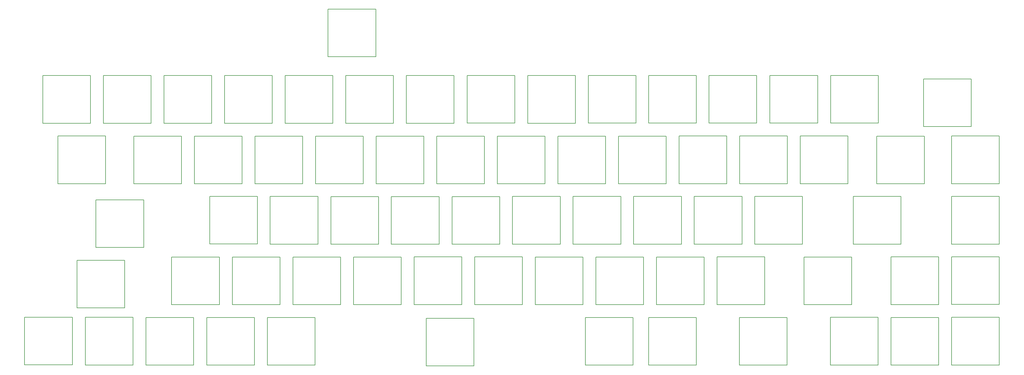
<source format=gbr>
%TF.GenerationSoftware,KiCad,Pcbnew,9.0.2*%
%TF.CreationDate,2025-06-27T22:30:48-07:00*%
%TF.ProjectId,Proj3,50726f6a-332e-46b6-9963-61645f706362,rev?*%
%TF.SameCoordinates,Original*%
%TF.FileFunction,Other,ECO2*%
%FSLAX46Y46*%
G04 Gerber Fmt 4.6, Leading zero omitted, Abs format (unit mm)*
G04 Created by KiCad (PCBNEW 9.0.2) date 2025-06-27 22:30:48*
%MOMM*%
%LPD*%
G01*
G04 APERTURE LIST*
%ADD10C,0.152400*%
G04 APERTURE END LIST*
D10*
%TO.C,SW60*%
X111550000Y-281712000D02*
X126550000Y-281712000D01*
X111550000Y-296712000D02*
X111550000Y-281712000D01*
X126550000Y-281712000D02*
X126550000Y-296712000D01*
X126550000Y-296712000D02*
X111550000Y-296712000D01*
%TO.C,SW56*%
X221370000Y-300015700D02*
X236370000Y-300015700D01*
X221370000Y-315015700D02*
X221370000Y-300015700D01*
X236370000Y-300015700D02*
X236370000Y-315015700D01*
X236370000Y-315015700D02*
X221370000Y-315015700D01*
%TO.C,SW70*%
X186390000Y-314785700D02*
X171390000Y-314785700D01*
X171390000Y-314785700D02*
X171390000Y-299785700D01*
X171390000Y-299785700D02*
X186390000Y-299785700D01*
X186390000Y-299785700D02*
X186390000Y-314785700D01*
%TO.C,SW33*%
X338940000Y-242592000D02*
X353940000Y-242592000D01*
X338940000Y-257592000D02*
X338940000Y-242592000D01*
X353940000Y-242592000D02*
X353940000Y-257592000D01*
X353940000Y-257592000D02*
X338940000Y-257592000D01*
%TO.C,SW45*%
X281790000Y-242600000D02*
X296790000Y-242600000D01*
X281790000Y-257600000D02*
X281790000Y-242600000D01*
X296790000Y-242600000D02*
X296790000Y-257600000D01*
X296790000Y-257600000D02*
X281790000Y-257600000D01*
%TO.C,SW9*%
X293760000Y-280712000D02*
X308760000Y-280712000D01*
X293760000Y-295712000D02*
X293760000Y-280712000D01*
X308760000Y-280712000D02*
X308760000Y-295712000D01*
X308760000Y-295712000D02*
X293760000Y-295712000D01*
%TO.C,SW38*%
X267560000Y-261642000D02*
X282560000Y-261642000D01*
X267560000Y-276642000D02*
X267560000Y-261642000D01*
X282560000Y-261642000D02*
X282560000Y-276642000D01*
X282560000Y-276642000D02*
X267560000Y-276642000D01*
%TO.C,SW15*%
X105570000Y-242592000D02*
X120570000Y-242592000D01*
X105570000Y-257592000D02*
X105570000Y-242592000D01*
X120570000Y-242592000D02*
X120570000Y-257592000D01*
X120570000Y-257592000D02*
X105570000Y-257592000D01*
%TO.C,SW19*%
X355620000Y-261642000D02*
X370620000Y-261642000D01*
X355620000Y-276642000D02*
X355620000Y-261642000D01*
X370620000Y-261642000D02*
X370620000Y-276642000D01*
X370620000Y-276642000D02*
X355620000Y-276642000D01*
%TO.C,SW30*%
X95090000Y-299722000D02*
X110090000Y-299722000D01*
X95090000Y-314722000D02*
X95090000Y-299722000D01*
X110090000Y-299722000D02*
X110090000Y-314722000D01*
X110090000Y-314722000D02*
X95090000Y-314722000D01*
%TO.C,SW62*%
X196070000Y-223542000D02*
X211070000Y-223542000D01*
X196070000Y-238542000D02*
X196070000Y-223542000D01*
X211070000Y-223542000D02*
X211070000Y-238542000D01*
X211070000Y-238542000D02*
X196070000Y-238542000D01*
%TO.C,SW57*%
X133230000Y-299772000D02*
X148230000Y-299772000D01*
X133230000Y-314772000D02*
X133230000Y-299772000D01*
X148230000Y-299772000D02*
X148230000Y-314772000D01*
X148230000Y-314772000D02*
X133230000Y-314772000D01*
%TO.C,SW63*%
X340160000Y-280702000D02*
X355160000Y-280702000D01*
X340160000Y-295702000D02*
X340160000Y-280702000D01*
X355160000Y-280702000D02*
X355160000Y-295702000D01*
X355160000Y-295702000D02*
X340160000Y-295702000D01*
%TO.C,SW54*%
X167490000Y-242600000D02*
X182490000Y-242600000D01*
X167490000Y-257600000D02*
X167490000Y-242600000D01*
X182490000Y-242600000D02*
X182490000Y-257600000D01*
X182490000Y-257600000D02*
X167490000Y-257600000D01*
%TO.C,SW65*%
X386570000Y-261642000D02*
X401570000Y-261642000D01*
X386570000Y-276642000D02*
X386570000Y-261642000D01*
X401570000Y-261642000D02*
X401570000Y-276642000D01*
X401570000Y-276642000D02*
X386570000Y-276642000D01*
%TO.C,SW2*%
X367520000Y-280692000D02*
X382520000Y-280692000D01*
X367520000Y-295692000D02*
X367520000Y-280692000D01*
X382520000Y-280692000D02*
X382520000Y-295692000D01*
X382520000Y-295692000D02*
X367520000Y-295692000D01*
%TO.C,SW41*%
X114150000Y-299742000D02*
X129150000Y-299742000D01*
X114150000Y-314742000D02*
X114150000Y-299742000D01*
X129150000Y-299742000D02*
X129150000Y-314742000D01*
X129150000Y-314742000D02*
X114150000Y-314742000D01*
%TO.C,SW1*%
X348470000Y-299742000D02*
X363470000Y-299742000D01*
X348470000Y-314742000D02*
X348470000Y-299742000D01*
X363470000Y-299742000D02*
X363470000Y-314742000D01*
X363470000Y-314742000D02*
X348470000Y-314742000D01*
%TO.C,SW4*%
X386570000Y-299742000D02*
X401570000Y-299742000D01*
X386570000Y-314742000D02*
X386570000Y-299742000D01*
X401570000Y-299742000D02*
X401570000Y-314742000D01*
X401570000Y-314742000D02*
X386570000Y-314742000D01*
%TO.C,SW48*%
X274690000Y-280702000D02*
X289690000Y-280702000D01*
X274690000Y-295702000D02*
X274690000Y-280702000D01*
X289690000Y-280702000D02*
X289690000Y-295702000D01*
X289690000Y-295702000D02*
X274690000Y-295702000D01*
%TO.C,SW51*%
X291310000Y-223475700D02*
X306310000Y-223475700D01*
X291310000Y-238475700D02*
X291310000Y-223475700D01*
X306310000Y-223475700D02*
X306310000Y-238475700D01*
X306310000Y-238475700D02*
X291310000Y-238475700D01*
%TO.C,SW5*%
X141320000Y-280712000D02*
X156320000Y-280712000D01*
X141320000Y-295712000D02*
X141320000Y-280712000D01*
X156320000Y-280712000D02*
X156320000Y-295712000D01*
X156320000Y-295712000D02*
X141320000Y-295712000D01*
%TO.C,SW26*%
X291320000Y-299792000D02*
X306320000Y-299792000D01*
X291320000Y-314792000D02*
X291320000Y-299792000D01*
X306320000Y-299792000D02*
X306320000Y-314792000D01*
X306320000Y-314792000D02*
X291320000Y-314792000D01*
%TO.C,SW34*%
X324670000Y-261642000D02*
X339670000Y-261642000D01*
X324670000Y-276642000D02*
X324670000Y-261642000D01*
X339670000Y-261642000D02*
X339670000Y-276642000D01*
X339670000Y-276642000D02*
X324670000Y-276642000D01*
%TO.C,SW69*%
X348560000Y-223522000D02*
X363560000Y-223522000D01*
X348560000Y-238522000D02*
X348560000Y-223522000D01*
X363560000Y-223522000D02*
X363560000Y-238522000D01*
X363560000Y-238522000D02*
X348560000Y-238522000D01*
%TO.C,SW17*%
X367530000Y-299772000D02*
X382530000Y-299772000D01*
X367530000Y-314772000D02*
X367530000Y-299772000D01*
X382530000Y-299772000D02*
X382530000Y-314772000D01*
X382530000Y-314772000D02*
X367530000Y-314772000D01*
%TO.C,SW7*%
X179460000Y-280702000D02*
X194460000Y-280702000D01*
X179460000Y-295702000D02*
X179460000Y-280702000D01*
X194460000Y-280702000D02*
X194460000Y-295702000D01*
X194460000Y-295702000D02*
X179460000Y-295702000D01*
%TO.C,SW13*%
X129390000Y-242600000D02*
X144390000Y-242600000D01*
X129390000Y-257600000D02*
X129390000Y-242600000D01*
X144390000Y-242600000D02*
X144390000Y-257600000D01*
X144390000Y-257600000D02*
X129390000Y-257600000D01*
%TO.C,SW35*%
X243690000Y-242600000D02*
X258690000Y-242600000D01*
X243690000Y-257600000D02*
X243690000Y-242600000D01*
X258690000Y-242600000D02*
X258690000Y-257600000D01*
X258690000Y-257600000D02*
X243690000Y-257600000D01*
%TO.C,SW71*%
X271410000Y-299762000D02*
X286410000Y-299762000D01*
X271410000Y-314762000D02*
X271410000Y-299762000D01*
X286410000Y-299762000D02*
X286410000Y-314762000D01*
X286410000Y-314762000D02*
X271410000Y-314762000D01*
%TO.C,SW40*%
X236600000Y-280682000D02*
X251600000Y-280682000D01*
X236600000Y-295682000D02*
X236600000Y-280682000D01*
X251600000Y-280682000D02*
X251600000Y-295682000D01*
X251600000Y-295682000D02*
X236600000Y-295682000D01*
%TO.C,SW22*%
X363030000Y-242612000D02*
X378030000Y-242612000D01*
X363030000Y-257612000D02*
X363030000Y-242612000D01*
X378030000Y-242612000D02*
X378030000Y-257612000D01*
X378030000Y-257612000D02*
X363030000Y-257612000D01*
%TO.C,SW58*%
X234220000Y-223522000D02*
X249220000Y-223522000D01*
X234220000Y-238522000D02*
X234220000Y-223522000D01*
X249220000Y-223522000D02*
X249220000Y-238522000D01*
X249220000Y-238522000D02*
X234220000Y-238522000D01*
%TO.C,SW36*%
X153290000Y-261622000D02*
X168290000Y-261622000D01*
X153290000Y-276622000D02*
X153290000Y-261622000D01*
X168290000Y-261622000D02*
X168290000Y-276622000D01*
X168290000Y-276622000D02*
X153290000Y-276622000D01*
%TO.C,SW25*%
X286610000Y-261642000D02*
X301610000Y-261642000D01*
X286610000Y-276642000D02*
X286610000Y-261642000D01*
X301610000Y-261642000D02*
X301610000Y-276642000D01*
X301610000Y-276642000D02*
X286610000Y-276642000D01*
%TO.C,SW28*%
X386560000Y-280672000D02*
X401560000Y-280672000D01*
X386560000Y-295672000D02*
X386560000Y-280672000D01*
X401560000Y-280672000D02*
X401560000Y-295672000D01*
X401560000Y-295672000D02*
X386560000Y-295672000D01*
%TO.C,SW31*%
X152340000Y-299775700D02*
X167340000Y-299775700D01*
X152340000Y-314775700D02*
X152340000Y-299775700D01*
X167340000Y-299775700D02*
X167340000Y-314775700D01*
X167340000Y-314775700D02*
X152340000Y-314775700D01*
%TO.C,SW43*%
X205590000Y-242600000D02*
X220590000Y-242600000D01*
X205590000Y-257600000D02*
X205590000Y-242600000D01*
X220590000Y-242600000D02*
X220590000Y-257600000D01*
X220590000Y-257600000D02*
X205590000Y-257600000D01*
%TO.C,SW6*%
X191370000Y-261662000D02*
X206370000Y-261662000D01*
X191370000Y-276662000D02*
X191370000Y-261662000D01*
X206370000Y-261662000D02*
X206370000Y-276662000D01*
X206370000Y-276662000D02*
X191370000Y-276662000D01*
%TO.C,SW23*%
X186540000Y-242600000D02*
X201540000Y-242600000D01*
X186540000Y-257600000D02*
X186540000Y-242600000D01*
X201540000Y-242600000D02*
X201540000Y-257600000D01*
X201540000Y-257600000D02*
X186540000Y-257600000D01*
%TO.C,SW3*%
X319870000Y-299752000D02*
X334870000Y-299752000D01*
X319870000Y-314752000D02*
X319870000Y-299752000D01*
X334870000Y-299752000D02*
X334870000Y-314752000D01*
X334870000Y-314752000D02*
X319870000Y-314752000D01*
%TO.C,SW18*%
X117520000Y-262732000D02*
X132520000Y-262732000D01*
X117520000Y-277732000D02*
X117520000Y-262732000D01*
X132520000Y-262732000D02*
X132520000Y-277732000D01*
X132520000Y-277732000D02*
X117520000Y-277732000D01*
%TO.C,SW61*%
X310290000Y-223472000D02*
X325290000Y-223472000D01*
X310290000Y-238472000D02*
X310290000Y-223472000D01*
X325290000Y-223472000D02*
X325290000Y-238472000D01*
X325290000Y-238472000D02*
X310290000Y-238472000D01*
%TO.C,SW21*%
X119870000Y-223542000D02*
X134870000Y-223542000D01*
X119870000Y-238542000D02*
X119870000Y-223542000D01*
X134870000Y-223542000D02*
X134870000Y-238542000D01*
X134870000Y-238542000D02*
X119870000Y-238542000D01*
%TO.C,SW68*%
X190500000Y-202592000D02*
X205500000Y-202592000D01*
X190500000Y-217592000D02*
X190500000Y-202592000D01*
X205500000Y-202592000D02*
X205500000Y-217592000D01*
X205500000Y-217592000D02*
X190500000Y-217592000D01*
%TO.C,SW39*%
X229480000Y-261682000D02*
X244480000Y-261682000D01*
X229480000Y-276682000D02*
X229480000Y-261682000D01*
X244480000Y-261682000D02*
X244480000Y-276682000D01*
X244480000Y-276682000D02*
X229480000Y-276682000D01*
%TO.C,SW50*%
X255680000Y-280702000D02*
X270680000Y-280702000D01*
X255680000Y-295702000D02*
X255680000Y-280702000D01*
X270680000Y-280702000D02*
X270680000Y-295702000D01*
X270680000Y-295702000D02*
X255680000Y-295702000D01*
%TO.C,SW67*%
X272340000Y-223522000D02*
X287340000Y-223522000D01*
X272340000Y-238522000D02*
X272340000Y-223522000D01*
X287340000Y-223522000D02*
X287340000Y-238522000D01*
X287340000Y-238522000D02*
X272340000Y-238522000D01*
%TO.C,SW27*%
X172300000Y-261642000D02*
X187300000Y-261642000D01*
X172300000Y-276642000D02*
X172300000Y-261642000D01*
X187300000Y-261642000D02*
X187300000Y-276642000D01*
X187300000Y-276642000D02*
X172300000Y-276642000D01*
%TO.C,SW44*%
X319890000Y-242592000D02*
X334890000Y-242592000D01*
X319890000Y-257592000D02*
X319890000Y-242592000D01*
X334890000Y-242592000D02*
X334890000Y-257592000D01*
X334890000Y-257592000D02*
X319890000Y-257592000D01*
%TO.C,SW16*%
X377730000Y-224605700D02*
X392730000Y-224605700D01*
X377730000Y-239605700D02*
X377730000Y-224605700D01*
X392730000Y-224605700D02*
X392730000Y-239605700D01*
X392730000Y-239605700D02*
X377730000Y-239605700D01*
%TO.C,SW52*%
X177020000Y-223542000D02*
X192020000Y-223542000D01*
X177020000Y-238542000D02*
X177020000Y-223542000D01*
X192020000Y-223542000D02*
X192020000Y-238542000D01*
X192020000Y-238542000D02*
X177020000Y-238542000D01*
%TO.C,SW24*%
X224640000Y-242600000D02*
X239640000Y-242600000D01*
X224640000Y-257600000D02*
X224640000Y-242600000D01*
X239640000Y-242600000D02*
X239640000Y-257600000D01*
X239640000Y-257600000D02*
X224640000Y-257600000D01*
%TO.C,SW14*%
X217580000Y-280682000D02*
X232580000Y-280682000D01*
X217580000Y-295682000D02*
X217580000Y-280682000D01*
X232580000Y-280682000D02*
X232580000Y-295682000D01*
X232580000Y-295682000D02*
X217580000Y-295682000D01*
%TO.C,SW12*%
X148440000Y-242600000D02*
X163440000Y-242600000D01*
X148440000Y-257600000D02*
X148440000Y-242600000D01*
X163440000Y-242600000D02*
X163440000Y-257600000D01*
X163440000Y-257600000D02*
X148440000Y-257600000D01*
%TO.C,SW32*%
X157970000Y-223542000D02*
X172970000Y-223542000D01*
X157970000Y-238542000D02*
X157970000Y-223542000D01*
X172970000Y-223542000D02*
X172970000Y-238542000D01*
X172970000Y-238542000D02*
X157970000Y-238542000D01*
%TO.C,SW10*%
X312840000Y-280692000D02*
X327840000Y-280692000D01*
X312840000Y-295692000D02*
X312840000Y-280692000D01*
X327840000Y-280692000D02*
X327840000Y-295692000D01*
X327840000Y-295692000D02*
X312840000Y-295692000D01*
%TO.C,SW37*%
X248510000Y-261632000D02*
X263510000Y-261632000D01*
X248510000Y-276632000D02*
X248510000Y-261632000D01*
X263510000Y-261632000D02*
X263510000Y-276632000D01*
X263510000Y-276632000D02*
X248510000Y-276632000D01*
%TO.C,SW8*%
X198520000Y-280702000D02*
X213520000Y-280702000D01*
X198520000Y-295702000D02*
X198520000Y-280702000D01*
X213520000Y-280702000D02*
X213520000Y-295702000D01*
X213520000Y-295702000D02*
X198520000Y-295702000D01*
%TO.C,SW42*%
X138920000Y-223542000D02*
X153920000Y-223542000D01*
X138920000Y-238542000D02*
X138920000Y-223542000D01*
X153920000Y-223542000D02*
X153920000Y-238542000D01*
X153920000Y-238542000D02*
X138920000Y-238542000D01*
%TO.C,SW49*%
X215110000Y-223532000D02*
X230110000Y-223532000D01*
X215110000Y-238532000D02*
X215110000Y-223532000D01*
X230110000Y-223532000D02*
X230110000Y-238532000D01*
X230110000Y-238532000D02*
X215110000Y-238532000D01*
%TO.C,SW53*%
X300840000Y-242592000D02*
X315840000Y-242592000D01*
X300840000Y-257592000D02*
X300840000Y-242592000D01*
X315840000Y-242592000D02*
X315840000Y-257592000D01*
X315840000Y-257592000D02*
X300840000Y-257592000D01*
%TO.C,SW55*%
X262740000Y-242600000D02*
X277740000Y-242600000D01*
X262740000Y-257600000D02*
X262740000Y-242600000D01*
X277740000Y-242600000D02*
X277740000Y-257600000D01*
X277740000Y-257600000D02*
X262740000Y-257600000D01*
%TO.C,SW11*%
X100820000Y-223542000D02*
X115820000Y-223542000D01*
X100820000Y-238542000D02*
X100820000Y-223542000D01*
X115820000Y-223542000D02*
X115820000Y-238542000D01*
X115820000Y-238542000D02*
X100820000Y-238542000D01*
%TO.C,SW47*%
X210400000Y-261652000D02*
X225400000Y-261652000D01*
X210400000Y-276652000D02*
X210400000Y-261652000D01*
X225400000Y-261652000D02*
X225400000Y-276652000D01*
X225400000Y-276652000D02*
X210400000Y-276652000D01*
%TO.C,SW29*%
X160400000Y-280702000D02*
X175400000Y-280702000D01*
X160400000Y-295702000D02*
X160400000Y-280702000D01*
X175400000Y-280702000D02*
X175400000Y-295702000D01*
X175400000Y-295702000D02*
X160400000Y-295702000D01*
%TO.C,SW20*%
X253280000Y-223542000D02*
X268280000Y-223542000D01*
X253280000Y-238542000D02*
X253280000Y-223542000D01*
X268280000Y-223542000D02*
X268280000Y-238542000D01*
X268280000Y-238542000D02*
X253280000Y-238542000D01*
%TO.C,SW59*%
X329440000Y-223512000D02*
X344440000Y-223512000D01*
X329440000Y-238512000D02*
X329440000Y-223512000D01*
X344440000Y-223512000D02*
X344440000Y-238512000D01*
X344440000Y-238512000D02*
X329440000Y-238512000D01*
%TO.C,SW46*%
X305650000Y-261642000D02*
X320650000Y-261642000D01*
X305650000Y-276642000D02*
X305650000Y-261642000D01*
X320650000Y-261642000D02*
X320650000Y-276642000D01*
X320650000Y-276642000D02*
X305650000Y-276642000D01*
%TO.C,SW64*%
X386570000Y-242592000D02*
X401570000Y-242592000D01*
X386570000Y-257592000D02*
X386570000Y-242592000D01*
X401570000Y-242592000D02*
X401570000Y-257592000D01*
X401570000Y-257592000D02*
X386570000Y-257592000D01*
%TD*%
M02*

</source>
